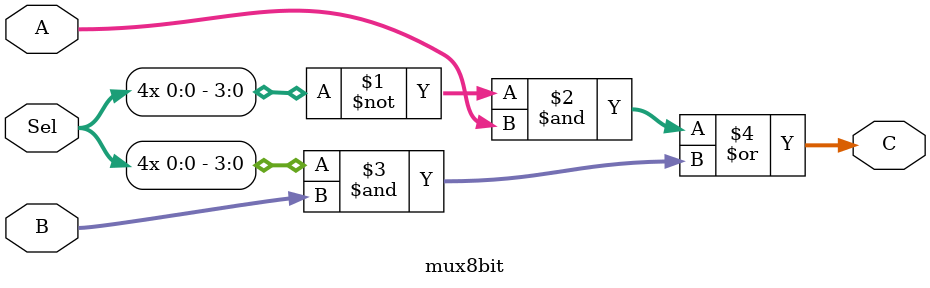
<source format=v>
`timescale 1ns / 1ps

module mux8bit(
    input [3:0] A,
    input [3:0] B,
    input Sel,
    output [3:0] C
    );

    assign C = (~{4{Sel}}&A)|({4{Sel}}&B);

endmodule

</source>
